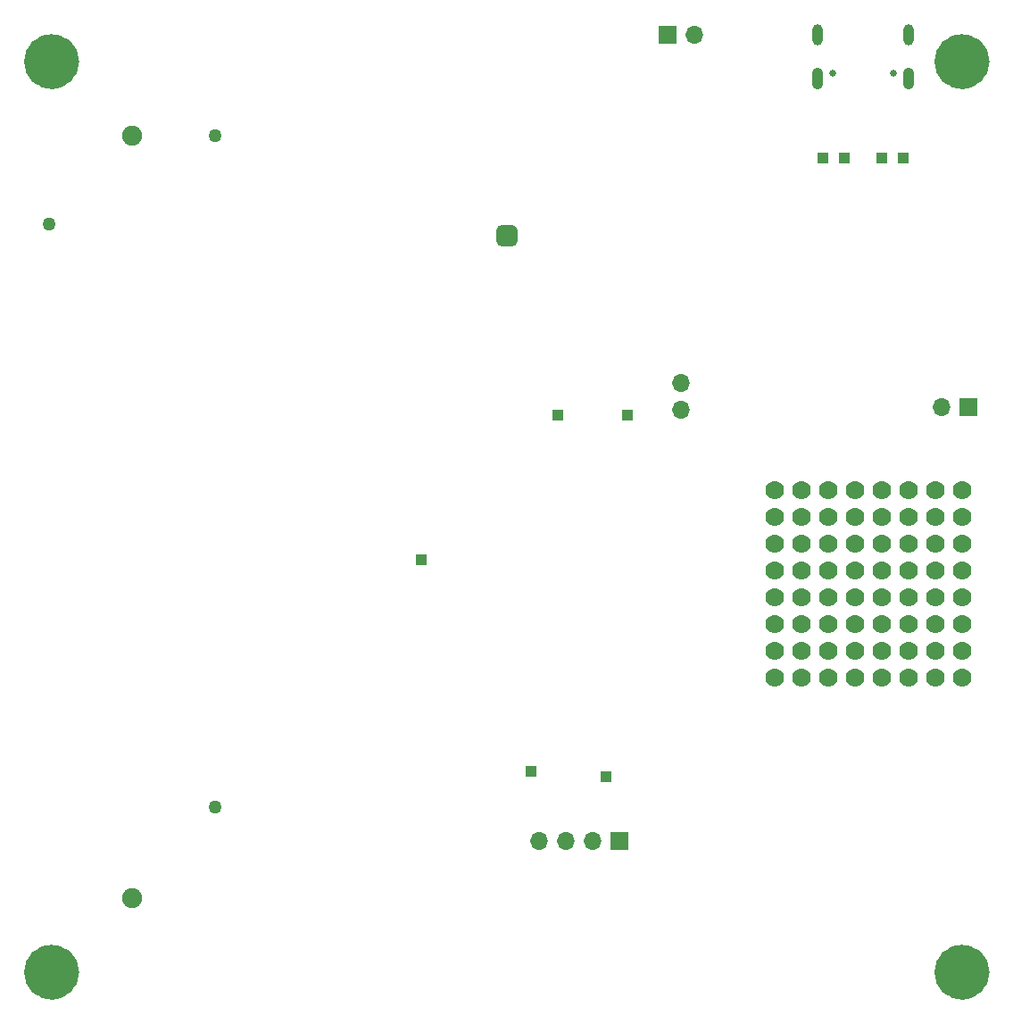
<source format=gbs>
%TF.GenerationSoftware,KiCad,Pcbnew,6.0.2+dfsg-1*%
%TF.CreationDate,2023-01-15T11:35:29-08:00*%
%TF.ProjectId,home-automation-sensor-lora,686f6d65-2d61-4757-946f-6d6174696f6e,rev?*%
%TF.SameCoordinates,Original*%
%TF.FileFunction,Soldermask,Bot*%
%TF.FilePolarity,Negative*%
%FSLAX46Y46*%
G04 Gerber Fmt 4.6, Leading zero omitted, Abs format (unit mm)*
G04 Created by KiCad (PCBNEW 6.0.2+dfsg-1) date 2023-01-15 11:35:29*
%MOMM*%
%LPD*%
G01*
G04 APERTURE LIST*
G04 Aperture macros list*
%AMRoundRect*
0 Rectangle with rounded corners*
0 $1 Rounding radius*
0 $2 $3 $4 $5 $6 $7 $8 $9 X,Y pos of 4 corners*
0 Add a 4 corners polygon primitive as box body*
4,1,4,$2,$3,$4,$5,$6,$7,$8,$9,$2,$3,0*
0 Add four circle primitives for the rounded corners*
1,1,$1+$1,$2,$3*
1,1,$1+$1,$4,$5*
1,1,$1+$1,$6,$7*
1,1,$1+$1,$8,$9*
0 Add four rect primitives between the rounded corners*
20,1,$1+$1,$2,$3,$4,$5,0*
20,1,$1+$1,$4,$5,$6,$7,0*
20,1,$1+$1,$6,$7,$8,$9,0*
20,1,$1+$1,$8,$9,$2,$3,0*%
G04 Aperture macros list end*
%ADD10C,2.600000*%
%ADD11R,1.700000X1.700000*%
%ADD12O,1.700000X1.700000*%
%ADD13C,0.650000*%
%ADD14O,1.050000X2.100000*%
%ADD15O,1.000000X2.000000*%
%ADD16R,1.000000X1.000000*%
%ADD17O,2.400000X2.400000*%
%ADD18RoundRect,0.500000X-0.500000X-0.500000X0.500000X-0.500000X0.500000X0.500000X-0.500000X0.500000X0*%
%ADD19C,1.270000*%
%ADD20C,1.905000*%
%ADD21C,1.778000*%
G04 APERTURE END LIST*
D10*
X128849001Y-122715002D02*
G75*
G03*
X128849001Y-122715002I-1300000J0D01*
G01*
X215209001Y-122715002D02*
G75*
G03*
X215209001Y-122715002I-1300000J0D01*
G01*
X215209001Y-36355002D02*
G75*
G03*
X215209001Y-36355002I-1300000J0D01*
G01*
X128849001Y-36355002D02*
G75*
G03*
X128849001Y-36355002I-1300000J0D01*
G01*
D11*
X181397001Y-110269001D03*
D12*
X178857001Y-110269001D03*
X176317001Y-110269001D03*
X173777001Y-110269001D03*
D13*
X207401001Y-37495001D03*
X201621001Y-37495001D03*
D14*
X200191002Y-37995000D03*
D15*
X208831000Y-33815001D03*
X200191002Y-33815001D03*
D14*
X208831001Y-37995001D03*
D16*
X208321001Y-45499001D03*
X206289001Y-45499001D03*
D17*
X127549001Y-122715002D03*
X213909001Y-122715002D03*
D16*
X182159001Y-69883001D03*
D12*
X187239001Y-69380001D03*
X187239001Y-66840001D03*
D16*
X202733001Y-45499001D03*
D17*
X213909001Y-36355002D03*
D16*
X200701001Y-45499001D03*
X180127001Y-104173001D03*
D11*
X214549001Y-69121001D03*
D12*
X212009001Y-69121001D03*
D18*
X170729001Y-52865001D03*
D16*
X175555001Y-69883001D03*
D11*
X185964001Y-33815001D03*
D12*
X188504001Y-33815001D03*
D16*
X162601001Y-83599001D03*
D17*
X127549001Y-36355002D03*
D19*
X143043001Y-107030501D03*
X127295001Y-51785501D03*
X143043001Y-43403501D03*
D20*
X135169001Y-115666501D03*
X135169001Y-43403501D03*
D21*
X206289001Y-82075001D03*
X208829001Y-94775001D03*
X211369001Y-94775001D03*
X206289001Y-89695001D03*
X206289001Y-84615001D03*
X206289001Y-76995001D03*
X213909001Y-89695001D03*
X208829001Y-89695001D03*
X201209001Y-82075001D03*
X211369001Y-82075001D03*
X211369001Y-87155001D03*
X206289001Y-79535001D03*
X203749001Y-84615001D03*
X203749001Y-89695001D03*
X203749001Y-82075001D03*
X206289001Y-87155001D03*
X208829001Y-87155001D03*
X198669001Y-94775001D03*
X213909001Y-76995001D03*
X198669001Y-76995001D03*
X208829001Y-84615001D03*
X211369001Y-92235001D03*
X201209001Y-76995001D03*
X208829001Y-79535001D03*
X213909001Y-92235001D03*
X201209001Y-79535001D03*
X203749001Y-94775001D03*
X211369001Y-89695001D03*
X211369001Y-79535001D03*
X198669001Y-79535001D03*
X213909001Y-82075001D03*
X213909001Y-87155001D03*
X208829001Y-82075001D03*
X213909001Y-84615001D03*
X206289001Y-92235001D03*
X198669001Y-87155001D03*
X203749001Y-87155001D03*
X208829001Y-76995001D03*
X201209001Y-94775001D03*
X201209001Y-87155001D03*
X213909001Y-79535001D03*
X203749001Y-92235001D03*
X198669001Y-89695001D03*
X198669001Y-82075001D03*
X203749001Y-76995001D03*
X206289001Y-94775001D03*
X201209001Y-84615001D03*
X211369001Y-84615001D03*
X211369001Y-76995001D03*
X198669001Y-92235001D03*
X201209001Y-92235001D03*
X213909001Y-94775001D03*
X201209001Y-89695001D03*
X198669001Y-84615001D03*
X208829001Y-92235001D03*
X203749001Y-79535001D03*
X196129001Y-94775001D03*
X196129001Y-92235001D03*
X196129001Y-89695001D03*
X196129001Y-87155001D03*
X196129001Y-84615001D03*
X196129001Y-82075001D03*
X196129001Y-79535001D03*
X196129001Y-76995001D03*
D16*
X173015001Y-103680000D03*
M02*

</source>
